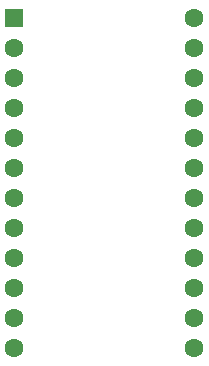
<source format=gbr>
%TF.GenerationSoftware,KiCad,Pcbnew,(5.1.7)-1*%
%TF.CreationDate,2021-04-13T17:15:28+05:30*%
%TF.ProjectId,Pteron56v0,50746572-6f6e-4353-9676-302e6b696361,rev?*%
%TF.SameCoordinates,Original*%
%TF.FileFunction,Copper,L2,Bot*%
%TF.FilePolarity,Positive*%
%FSLAX46Y46*%
G04 Gerber Fmt 4.6, Leading zero omitted, Abs format (unit mm)*
G04 Created by KiCad (PCBNEW (5.1.7)-1) date 2021-04-13 17:15:28*
%MOMM*%
%LPD*%
G01*
G04 APERTURE LIST*
%TA.AperFunction,ComponentPad*%
%ADD10C,1.600000*%
%TD*%
%TA.AperFunction,ComponentPad*%
%ADD11R,1.600000X1.600000*%
%TD*%
G04 APERTURE END LIST*
D10*
%TO.P,U1,24*%
%TO.N,N/C*%
X107264200Y-45224700D03*
%TO.P,U1,23*%
X107264200Y-47764700D03*
%TO.P,U1,22*%
X107264200Y-50304700D03*
%TO.P,U1,21*%
X107264200Y-52844700D03*
%TO.P,U1,20*%
X107264200Y-55384700D03*
%TO.P,U1,19*%
X107264200Y-57924700D03*
%TO.P,U1,18*%
X107264200Y-60464700D03*
%TO.P,U1,17*%
X107264200Y-63004700D03*
%TO.P,U1,16*%
X107264200Y-65544700D03*
%TO.P,U1,15*%
X107264200Y-68084700D03*
%TO.P,U1,14*%
X107264200Y-70624700D03*
%TO.P,U1,13*%
X107264200Y-73164700D03*
%TO.P,U1,12*%
X92024200Y-73164700D03*
%TO.P,U1,11*%
X92024200Y-70624700D03*
%TO.P,U1,10*%
X92024200Y-68084700D03*
%TO.P,U1,9*%
X92024200Y-65544700D03*
%TO.P,U1,8*%
X92024200Y-63004700D03*
%TO.P,U1,7*%
X92024200Y-60464700D03*
%TO.P,U1,6*%
X92024200Y-57924700D03*
%TO.P,U1,5*%
X92024200Y-55384700D03*
%TO.P,U1,4*%
X92024200Y-52844700D03*
%TO.P,U1,3*%
X92024200Y-50304700D03*
%TO.P,U1,2*%
X92024200Y-47764700D03*
D11*
%TO.P,U1,1*%
X92024200Y-45224700D03*
%TD*%
M02*

</source>
